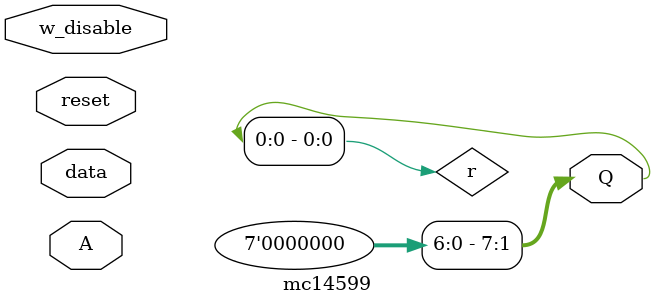
<source format=v>
/*14500_mc14599b.v*/
module mc14599(A, Q, data, reset, w_disable);
  input [2:0]A;
  output [7:0] Q;
  input data;
  input reset;
  input w_disable;
  
  reg[7:0] d;
  //TODO: add all the cases. Just a stub so far. Not in the mood.
  always@(*)
    begin
      r[A] <= data;
      
      Q <= r;
    end
  
  
endmodule

</source>
